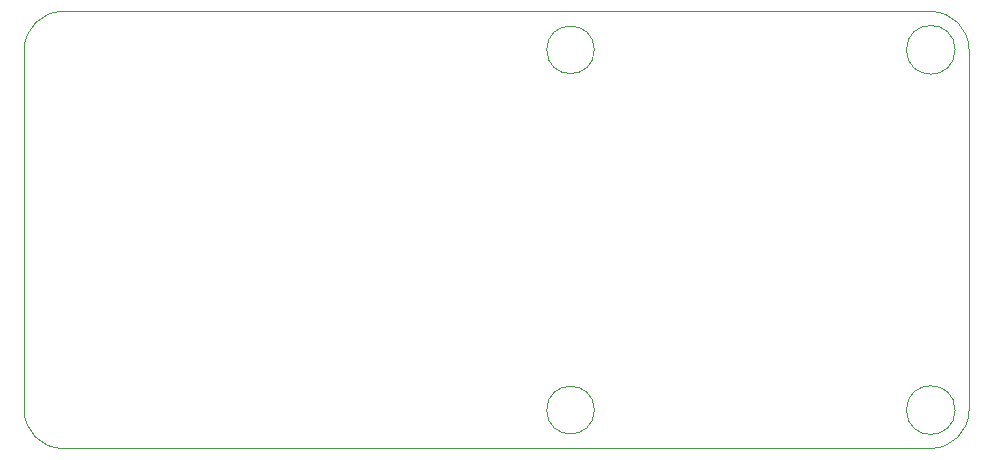
<source format=gbr>
%TF.GenerationSoftware,KiCad,Pcbnew,7.0.10*%
%TF.CreationDate,2024-02-16T22:07:16-05:00*%
%TF.ProjectId,SanBan,53616e42-616e-42e6-9b69-6361645f7063,rev?*%
%TF.SameCoordinates,Original*%
%TF.FileFunction,Profile,NP*%
%FSLAX46Y46*%
G04 Gerber Fmt 4.6, Leading zero omitted, Abs format (unit mm)*
G04 Created by KiCad (PCBNEW 7.0.10) date 2024-02-16 22:07:16*
%MOMM*%
%LPD*%
G01*
G04 APERTURE LIST*
%TA.AperFunction,Profile*%
%ADD10C,0.100000*%
%TD*%
G04 APERTURE END LIST*
D10*
X190455000Y-97195000D02*
X190455000Y-66695000D01*
X110455000Y-97195000D02*
G75*
G03*
X113705000Y-100445000I3250000J0D01*
G01*
X189266553Y-97195000D02*
G75*
G03*
X185143447Y-97195000I-2061553J0D01*
G01*
X185143447Y-97195000D02*
G75*
G03*
X189266553Y-97195000I2061553J0D01*
G01*
X187205000Y-100445000D02*
G75*
G03*
X190455000Y-97195000I0J3250000D01*
G01*
X189266553Y-66695000D02*
G75*
G03*
X185143447Y-66695000I-2061553J0D01*
G01*
X185143447Y-66695000D02*
G75*
G03*
X189266553Y-66695000I2061553J0D01*
G01*
X113705000Y-63445000D02*
G75*
G03*
X110455000Y-66695000I0J-3250000D01*
G01*
X190455000Y-66695000D02*
G75*
G03*
X187205000Y-63445000I-3250000J0D01*
G01*
X187205000Y-63445000D02*
X113705000Y-63445000D01*
X110455000Y-66695000D02*
X110455000Y-97195000D01*
X187205000Y-100445000D02*
X113705000Y-100445000D01*
X158720564Y-66695000D02*
G75*
G03*
X154689436Y-66695000I-2015564J0D01*
G01*
X154689436Y-66695000D02*
G75*
G03*
X158720564Y-66695000I2015564J0D01*
G01*
X158720564Y-97195000D02*
G75*
G03*
X154689436Y-97195000I-2015564J0D01*
G01*
X154689436Y-97195000D02*
G75*
G03*
X158720564Y-97195000I2015564J0D01*
G01*
M02*

</source>
